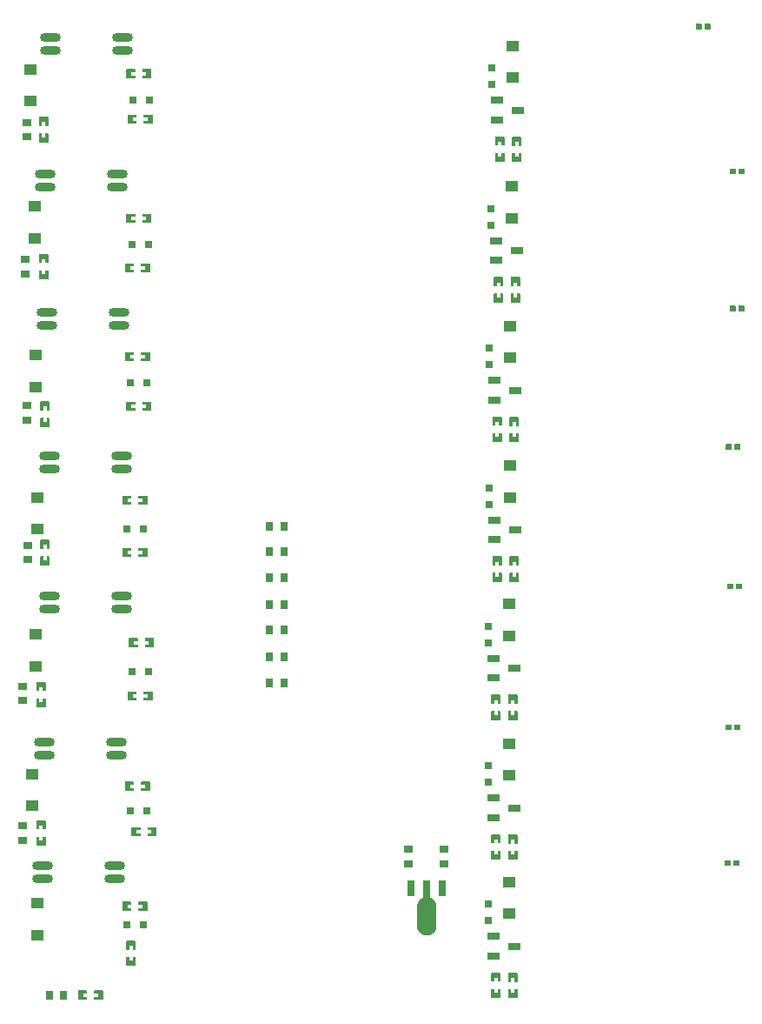
<source format=gtp>
G04 Layer: TopPasteMaskLayer*
G04 EasyEDA v6.5.20, 2025-08-31 18:04:55*
G04 4654ec591aaf40839b9ddd4dd84afded,10*
G04 Gerber Generator version 0.2*
G04 Scale: 100 percent, Rotated: No, Reflected: No *
G04 Dimensions in millimeters *
G04 leading zeros omitted , absolute positions ,4 integer and 5 decimal *
%FSLAX45Y45*%
%MOMM*%

%ADD10R,0.8000X0.9000*%
%ADD11R,0.9000X0.8000*%
%ADD12R,1.2000X1.0000*%
%ADD13O,1.9999959999999999X0.8999982*%
%ADD14R,1.2500X0.7000*%
%ADD15R,0.8000X0.8000*%
%ADD16R,0.6720X1.5750*%
%ADD17R,0.0161X1.5750*%

%LPD*%
G36*
X1468018Y8655608D02*
G01*
X1462989Y8650579D01*
X1462989Y8570620D01*
X1468018Y8565591D01*
X1547977Y8565591D01*
X1553006Y8570620D01*
X1553006Y8593378D01*
X1515973Y8593378D01*
X1515973Y8626398D01*
X1553006Y8626398D01*
X1553006Y8650579D01*
X1547977Y8655608D01*
G37*
G36*
X1627987Y8655608D02*
G01*
X1623009Y8650579D01*
X1623009Y8626398D01*
X1661007Y8626398D01*
X1661007Y8593378D01*
X1623009Y8593378D01*
X1623009Y8570620D01*
X1627987Y8565591D01*
X1706981Y8565591D01*
X1712010Y8570620D01*
X1712010Y8650579D01*
X1706981Y8655608D01*
G37*
G36*
X1442618Y7207808D02*
G01*
X1437589Y7202779D01*
X1437589Y7122820D01*
X1442618Y7117791D01*
X1522577Y7117791D01*
X1527606Y7122820D01*
X1527606Y7145578D01*
X1490573Y7145578D01*
X1490573Y7178598D01*
X1527606Y7178598D01*
X1527606Y7202779D01*
X1522577Y7207808D01*
G37*
G36*
X1602587Y7207808D02*
G01*
X1597609Y7202779D01*
X1597609Y7178598D01*
X1635607Y7178598D01*
X1635607Y7145578D01*
X1597609Y7145578D01*
X1597609Y7122820D01*
X1602587Y7117791D01*
X1681581Y7117791D01*
X1686610Y7122820D01*
X1686610Y7202779D01*
X1681581Y7207808D01*
G37*
G36*
X1455318Y5861608D02*
G01*
X1450289Y5856579D01*
X1450289Y5776620D01*
X1455318Y5771591D01*
X1535277Y5771591D01*
X1540306Y5776620D01*
X1540306Y5799378D01*
X1503273Y5799378D01*
X1503273Y5832398D01*
X1540306Y5832398D01*
X1540306Y5856579D01*
X1535277Y5861608D01*
G37*
G36*
X1615287Y5861608D02*
G01*
X1610309Y5856579D01*
X1610309Y5832398D01*
X1648307Y5832398D01*
X1648307Y5799378D01*
X1610309Y5799378D01*
X1610309Y5776620D01*
X1615287Y5771591D01*
X1694281Y5771591D01*
X1699310Y5776620D01*
X1699310Y5856579D01*
X1694281Y5861608D01*
G37*
G36*
X1417218Y4439208D02*
G01*
X1412189Y4434179D01*
X1412189Y4354220D01*
X1417218Y4349191D01*
X1497177Y4349191D01*
X1502206Y4354220D01*
X1502206Y4376978D01*
X1465173Y4376978D01*
X1465173Y4409998D01*
X1502206Y4409998D01*
X1502206Y4434179D01*
X1497177Y4439208D01*
G37*
G36*
X1577187Y4439208D02*
G01*
X1572209Y4434179D01*
X1572209Y4409998D01*
X1610207Y4409998D01*
X1610207Y4376978D01*
X1572209Y4376978D01*
X1572209Y4354220D01*
X1577187Y4349191D01*
X1656181Y4349191D01*
X1661210Y4354220D01*
X1661210Y4434179D01*
X1656181Y4439208D01*
G37*
G36*
X1468018Y3042208D02*
G01*
X1462989Y3037179D01*
X1462989Y2957220D01*
X1468018Y2952191D01*
X1547977Y2952191D01*
X1553006Y2957220D01*
X1553006Y2979978D01*
X1515973Y2979978D01*
X1515973Y3012998D01*
X1553006Y3012998D01*
X1553006Y3037179D01*
X1547977Y3042208D01*
G37*
G36*
X1627987Y3042208D02*
G01*
X1623009Y3037179D01*
X1623009Y3012998D01*
X1661007Y3012998D01*
X1661007Y2979978D01*
X1623009Y2979978D01*
X1623009Y2957220D01*
X1627987Y2952191D01*
X1706981Y2952191D01*
X1712010Y2957220D01*
X1712010Y3037179D01*
X1706981Y3042208D01*
G37*
G36*
X1506118Y1721408D02*
G01*
X1501089Y1716379D01*
X1501089Y1636420D01*
X1506118Y1631391D01*
X1586077Y1631391D01*
X1591106Y1636420D01*
X1591106Y1659178D01*
X1554073Y1659178D01*
X1554073Y1692198D01*
X1591106Y1692198D01*
X1591106Y1716379D01*
X1586077Y1721408D01*
G37*
G36*
X1666087Y1721408D02*
G01*
X1661109Y1716379D01*
X1661109Y1692198D01*
X1699107Y1692198D01*
X1699107Y1659178D01*
X1661109Y1659178D01*
X1661109Y1636420D01*
X1666087Y1631391D01*
X1745081Y1631391D01*
X1750110Y1636420D01*
X1750110Y1716379D01*
X1745081Y1721408D01*
G37*
G36*
X1458620Y619810D02*
G01*
X1453591Y614781D01*
X1453591Y534822D01*
X1458620Y529793D01*
X1481378Y529793D01*
X1481378Y566826D01*
X1514398Y566826D01*
X1514398Y529793D01*
X1538579Y529793D01*
X1543608Y534822D01*
X1543608Y614781D01*
X1538579Y619810D01*
G37*
G36*
X1458620Y459790D02*
G01*
X1453591Y454812D01*
X1453591Y375818D01*
X1458620Y370789D01*
X1538579Y370789D01*
X1543608Y375818D01*
X1543608Y454812D01*
X1538579Y459790D01*
X1514398Y459790D01*
X1514398Y421792D01*
X1481378Y421792D01*
X1481378Y459790D01*
G37*
G36*
X607720Y7141006D02*
G01*
X602691Y7135977D01*
X602691Y7056018D01*
X607720Y7050989D01*
X687679Y7050989D01*
X692708Y7056018D01*
X692708Y7135977D01*
X687679Y7141006D01*
X664921Y7141006D01*
X664921Y7103973D01*
X631901Y7103973D01*
X631901Y7141006D01*
G37*
G36*
X607720Y7300010D02*
G01*
X602691Y7294981D01*
X602691Y7215987D01*
X607720Y7211009D01*
X631901Y7211009D01*
X631901Y7249007D01*
X664921Y7249007D01*
X664921Y7211009D01*
X687679Y7211009D01*
X692708Y7215987D01*
X692708Y7294981D01*
X687679Y7300010D01*
G37*
G36*
X620420Y5705906D02*
G01*
X615391Y5700877D01*
X615391Y5620918D01*
X620420Y5615889D01*
X700379Y5615889D01*
X705408Y5620918D01*
X705408Y5700877D01*
X700379Y5705906D01*
X677621Y5705906D01*
X677621Y5668873D01*
X644601Y5668873D01*
X644601Y5705906D01*
G37*
G36*
X620420Y5864910D02*
G01*
X615391Y5859881D01*
X615391Y5780887D01*
X620420Y5775909D01*
X644601Y5775909D01*
X644601Y5813907D01*
X677621Y5813907D01*
X677621Y5775909D01*
X700379Y5775909D01*
X705408Y5780887D01*
X705408Y5859881D01*
X700379Y5864910D01*
G37*
G36*
X620420Y4359706D02*
G01*
X615391Y4354677D01*
X615391Y4274718D01*
X620420Y4269689D01*
X700379Y4269689D01*
X705408Y4274718D01*
X705408Y4354677D01*
X700379Y4359706D01*
X677621Y4359706D01*
X677621Y4322673D01*
X644601Y4322673D01*
X644601Y4359706D01*
G37*
G36*
X620420Y4518710D02*
G01*
X615391Y4513681D01*
X615391Y4434687D01*
X620420Y4429709D01*
X644601Y4429709D01*
X644601Y4467707D01*
X677621Y4467707D01*
X677621Y4429709D01*
X700379Y4429709D01*
X705408Y4434687D01*
X705408Y4513681D01*
X700379Y4518710D01*
G37*
G36*
X582320Y2975406D02*
G01*
X577291Y2970377D01*
X577291Y2890418D01*
X582320Y2885389D01*
X662279Y2885389D01*
X667308Y2890418D01*
X667308Y2970377D01*
X662279Y2975406D01*
X639521Y2975406D01*
X639521Y2938373D01*
X606501Y2938373D01*
X606501Y2975406D01*
G37*
G36*
X582320Y3134410D02*
G01*
X577291Y3129381D01*
X577291Y3050387D01*
X582320Y3045409D01*
X606501Y3045409D01*
X606501Y3083407D01*
X639521Y3083407D01*
X639521Y3045409D01*
X662279Y3045409D01*
X667308Y3050387D01*
X667308Y3129381D01*
X662279Y3134410D01*
G37*
G36*
X582320Y1629206D02*
G01*
X577291Y1624177D01*
X577291Y1544218D01*
X582320Y1539189D01*
X662279Y1539189D01*
X667308Y1544218D01*
X667308Y1624177D01*
X662279Y1629206D01*
X639521Y1629206D01*
X639521Y1592173D01*
X606501Y1592173D01*
X606501Y1629206D01*
G37*
G36*
X582320Y1788210D02*
G01*
X577291Y1783181D01*
X577291Y1704187D01*
X582320Y1699209D01*
X606501Y1699209D01*
X606501Y1737207D01*
X639521Y1737207D01*
X639521Y1699209D01*
X662279Y1699209D01*
X667308Y1704187D01*
X667308Y1783181D01*
X662279Y1788210D01*
G37*
G36*
X1144422Y133908D02*
G01*
X1139393Y128879D01*
X1139393Y106121D01*
X1176426Y106121D01*
X1176426Y73101D01*
X1139393Y73101D01*
X1139393Y48920D01*
X1144422Y43891D01*
X1224381Y43891D01*
X1229410Y48920D01*
X1229410Y128879D01*
X1224381Y133908D01*
G37*
G36*
X985418Y133908D02*
G01*
X980389Y128879D01*
X980389Y48920D01*
X985418Y43891D01*
X1064412Y43891D01*
X1069390Y48920D01*
X1069390Y73101D01*
X1031392Y73101D01*
X1031392Y106121D01*
X1069390Y106121D01*
X1069390Y128879D01*
X1064412Y133908D01*
G37*
G36*
X607720Y8474506D02*
G01*
X602691Y8469477D01*
X602691Y8389518D01*
X607720Y8384489D01*
X687679Y8384489D01*
X692708Y8389518D01*
X692708Y8469477D01*
X687679Y8474506D01*
X664921Y8474506D01*
X664921Y8437473D01*
X631901Y8437473D01*
X631901Y8474506D01*
G37*
G36*
X607720Y8633510D02*
G01*
X602691Y8628481D01*
X602691Y8549487D01*
X607720Y8544509D01*
X631901Y8544509D01*
X631901Y8582507D01*
X664921Y8582507D01*
X664921Y8544509D01*
X687679Y8544509D01*
X692708Y8549487D01*
X692708Y8628481D01*
X687679Y8633510D01*
G37*
G36*
X7091425Y9539325D02*
G01*
X7087412Y9535312D01*
X7087412Y9489287D01*
X7091425Y9485274D01*
X7141464Y9485274D01*
X7145477Y9489287D01*
X7145477Y9535312D01*
X7141464Y9539325D01*
G37*
G36*
X7006336Y9539325D02*
G01*
X7002322Y9535312D01*
X7002322Y9489287D01*
X7006336Y9485274D01*
X7056374Y9485274D01*
X7060387Y9489287D01*
X7060387Y9535312D01*
X7056374Y9539325D01*
G37*
G36*
X5217820Y8443010D02*
G01*
X5212791Y8437981D01*
X5212791Y8358022D01*
X5217820Y8352993D01*
X5240578Y8352993D01*
X5240578Y8390026D01*
X5273598Y8390026D01*
X5273598Y8352993D01*
X5297779Y8352993D01*
X5302808Y8358022D01*
X5302808Y8437981D01*
X5297779Y8443010D01*
G37*
G36*
X5217820Y8282990D02*
G01*
X5212791Y8278012D01*
X5212791Y8199018D01*
X5217820Y8193989D01*
X5297779Y8193989D01*
X5302808Y8199018D01*
X5302808Y8278012D01*
X5297779Y8282990D01*
X5273598Y8282990D01*
X5273598Y8244992D01*
X5240578Y8244992D01*
X5240578Y8282990D01*
G37*
G36*
X5052720Y8284006D02*
G01*
X5047691Y8278977D01*
X5047691Y8199018D01*
X5052720Y8193989D01*
X5132679Y8193989D01*
X5137708Y8199018D01*
X5137708Y8278977D01*
X5132679Y8284006D01*
X5109921Y8284006D01*
X5109921Y8246973D01*
X5076901Y8246973D01*
X5076901Y8284006D01*
G37*
G36*
X5052720Y8443010D02*
G01*
X5047691Y8437981D01*
X5047691Y8358987D01*
X5052720Y8354009D01*
X5076901Y8354009D01*
X5076901Y8392007D01*
X5109921Y8392007D01*
X5109921Y8354009D01*
X5132679Y8354009D01*
X5137708Y8358987D01*
X5137708Y8437981D01*
X5132679Y8443010D01*
G37*
G36*
X1614322Y9100108D02*
G01*
X1609293Y9095079D01*
X1609293Y9072321D01*
X1646326Y9072321D01*
X1646326Y9039301D01*
X1609293Y9039301D01*
X1609293Y9015120D01*
X1614322Y9010091D01*
X1694281Y9010091D01*
X1699310Y9015120D01*
X1699310Y9095079D01*
X1694281Y9100108D01*
G37*
G36*
X1455318Y9100108D02*
G01*
X1450289Y9095079D01*
X1450289Y9015120D01*
X1455318Y9010091D01*
X1534312Y9010091D01*
X1539290Y9015120D01*
X1539290Y9039301D01*
X1501292Y9039301D01*
X1501292Y9072321D01*
X1539290Y9072321D01*
X1539290Y9095079D01*
X1534312Y9100108D01*
G37*
G36*
X1614322Y7690408D02*
G01*
X1609293Y7685379D01*
X1609293Y7662621D01*
X1646326Y7662621D01*
X1646326Y7629601D01*
X1609293Y7629601D01*
X1609293Y7605420D01*
X1614322Y7600391D01*
X1694281Y7600391D01*
X1699310Y7605420D01*
X1699310Y7685379D01*
X1694281Y7690408D01*
G37*
G36*
X1455318Y7690408D02*
G01*
X1450289Y7685379D01*
X1450289Y7605420D01*
X1455318Y7600391D01*
X1534312Y7600391D01*
X1539290Y7605420D01*
X1539290Y7629601D01*
X1501292Y7629601D01*
X1501292Y7662621D01*
X1539290Y7662621D01*
X1539290Y7685379D01*
X1534312Y7690408D01*
G37*
G36*
X1601622Y6344208D02*
G01*
X1596593Y6339179D01*
X1596593Y6316421D01*
X1633626Y6316421D01*
X1633626Y6283401D01*
X1596593Y6283401D01*
X1596593Y6259220D01*
X1601622Y6254191D01*
X1681581Y6254191D01*
X1686610Y6259220D01*
X1686610Y6339179D01*
X1681581Y6344208D01*
G37*
G36*
X1442618Y6344208D02*
G01*
X1437589Y6339179D01*
X1437589Y6259220D01*
X1442618Y6254191D01*
X1521612Y6254191D01*
X1526590Y6259220D01*
X1526590Y6283401D01*
X1488592Y6283401D01*
X1488592Y6316421D01*
X1526590Y6316421D01*
X1526590Y6339179D01*
X1521612Y6344208D01*
G37*
G36*
X1576222Y4947208D02*
G01*
X1571193Y4942179D01*
X1571193Y4919421D01*
X1608226Y4919421D01*
X1608226Y4886401D01*
X1571193Y4886401D01*
X1571193Y4862220D01*
X1576222Y4857191D01*
X1656181Y4857191D01*
X1661210Y4862220D01*
X1661210Y4942179D01*
X1656181Y4947208D01*
G37*
G36*
X1417218Y4947208D02*
G01*
X1412189Y4942179D01*
X1412189Y4862220D01*
X1417218Y4857191D01*
X1496212Y4857191D01*
X1501190Y4862220D01*
X1501190Y4886401D01*
X1463192Y4886401D01*
X1463192Y4919421D01*
X1501190Y4919421D01*
X1501190Y4942179D01*
X1496212Y4947208D01*
G37*
G36*
X1639722Y3562908D02*
G01*
X1634693Y3557879D01*
X1634693Y3535121D01*
X1671726Y3535121D01*
X1671726Y3502101D01*
X1634693Y3502101D01*
X1634693Y3477920D01*
X1639722Y3472891D01*
X1719681Y3472891D01*
X1724710Y3477920D01*
X1724710Y3557879D01*
X1719681Y3562908D01*
G37*
G36*
X1480718Y3562908D02*
G01*
X1475689Y3557879D01*
X1475689Y3477920D01*
X1480718Y3472891D01*
X1559712Y3472891D01*
X1564690Y3477920D01*
X1564690Y3502101D01*
X1526692Y3502101D01*
X1526692Y3535121D01*
X1564690Y3535121D01*
X1564690Y3557879D01*
X1559712Y3562908D01*
G37*
G36*
X1601622Y2165908D02*
G01*
X1596593Y2160879D01*
X1596593Y2138121D01*
X1633626Y2138121D01*
X1633626Y2105101D01*
X1596593Y2105101D01*
X1596593Y2080920D01*
X1601622Y2075891D01*
X1681581Y2075891D01*
X1686610Y2080920D01*
X1686610Y2160879D01*
X1681581Y2165908D01*
G37*
G36*
X1442618Y2165908D02*
G01*
X1437589Y2160879D01*
X1437589Y2080920D01*
X1442618Y2075891D01*
X1521612Y2075891D01*
X1526590Y2080920D01*
X1526590Y2105101D01*
X1488592Y2105101D01*
X1488592Y2138121D01*
X1526590Y2138121D01*
X1526590Y2160879D01*
X1521612Y2165908D01*
G37*
G36*
X1576222Y997508D02*
G01*
X1571193Y992479D01*
X1571193Y969721D01*
X1608226Y969721D01*
X1608226Y936701D01*
X1571193Y936701D01*
X1571193Y912520D01*
X1576222Y907491D01*
X1656181Y907491D01*
X1661210Y912520D01*
X1661210Y992479D01*
X1656181Y997508D01*
G37*
G36*
X1417218Y997508D02*
G01*
X1412189Y992479D01*
X1412189Y912520D01*
X1417218Y907491D01*
X1496212Y907491D01*
X1501190Y912520D01*
X1501190Y936701D01*
X1463192Y936701D01*
X1463192Y969721D01*
X1501190Y969721D01*
X1501190Y992479D01*
X1496212Y997508D01*
G37*
G36*
X7421625Y8129625D02*
G01*
X7417612Y8125612D01*
X7417612Y8079587D01*
X7421625Y8075574D01*
X7471664Y8075574D01*
X7475677Y8079587D01*
X7475677Y8125612D01*
X7471664Y8129625D01*
G37*
G36*
X7336536Y8129625D02*
G01*
X7332522Y8125612D01*
X7332522Y8079587D01*
X7336536Y8075574D01*
X7386574Y8075574D01*
X7390587Y8079587D01*
X7390587Y8125612D01*
X7386574Y8129625D01*
G37*
G36*
X5205120Y7075220D02*
G01*
X5200091Y7070191D01*
X5200091Y6990232D01*
X5205120Y6985203D01*
X5227878Y6985203D01*
X5227878Y7022236D01*
X5260898Y7022236D01*
X5260898Y6985203D01*
X5285079Y6985203D01*
X5290108Y6990232D01*
X5290108Y7070191D01*
X5285079Y7075220D01*
G37*
G36*
X5205120Y6915200D02*
G01*
X5200091Y6910222D01*
X5200091Y6831228D01*
X5205120Y6826199D01*
X5285079Y6826199D01*
X5290108Y6831228D01*
X5290108Y6910222D01*
X5285079Y6915200D01*
X5260898Y6915200D01*
X5260898Y6877202D01*
X5227878Y6877202D01*
X5227878Y6915200D01*
G37*
G36*
X5040020Y6916216D02*
G01*
X5034991Y6911187D01*
X5034991Y6831228D01*
X5040020Y6826199D01*
X5119979Y6826199D01*
X5125008Y6831228D01*
X5125008Y6911187D01*
X5119979Y6916216D01*
X5097221Y6916216D01*
X5097221Y6879234D01*
X5064201Y6879234D01*
X5064201Y6916216D01*
G37*
G36*
X5040020Y7075220D02*
G01*
X5034991Y7070191D01*
X5034991Y6991197D01*
X5040020Y6986219D01*
X5064201Y6986219D01*
X5064201Y7024217D01*
X5097221Y7024217D01*
X5097221Y6986219D01*
X5119979Y6986219D01*
X5125008Y6991197D01*
X5125008Y7070191D01*
X5119979Y7075220D01*
G37*
G36*
X7421625Y6796125D02*
G01*
X7417612Y6792112D01*
X7417612Y6746087D01*
X7421625Y6742074D01*
X7471664Y6742074D01*
X7475677Y6746087D01*
X7475677Y6792112D01*
X7471664Y6796125D01*
G37*
G36*
X7336536Y6796125D02*
G01*
X7332522Y6792112D01*
X7332522Y6746087D01*
X7336536Y6742074D01*
X7386574Y6742074D01*
X7390587Y6746087D01*
X7390587Y6792112D01*
X7386574Y6796125D01*
G37*
G36*
X5192420Y5716320D02*
G01*
X5187391Y5711291D01*
X5187391Y5631332D01*
X5192420Y5626303D01*
X5215178Y5626303D01*
X5215178Y5663336D01*
X5248198Y5663336D01*
X5248198Y5626303D01*
X5272379Y5626303D01*
X5277408Y5631332D01*
X5277408Y5711291D01*
X5272379Y5716320D01*
G37*
G36*
X5192420Y5556300D02*
G01*
X5187391Y5551322D01*
X5187391Y5472328D01*
X5192420Y5467299D01*
X5272379Y5467299D01*
X5277408Y5472328D01*
X5277408Y5551322D01*
X5272379Y5556300D01*
X5248198Y5556300D01*
X5248198Y5518302D01*
X5215178Y5518302D01*
X5215178Y5556300D01*
G37*
G36*
X5027320Y5557316D02*
G01*
X5022291Y5552287D01*
X5022291Y5472328D01*
X5027320Y5467299D01*
X5107279Y5467299D01*
X5112308Y5472328D01*
X5112308Y5552287D01*
X5107279Y5557316D01*
X5084521Y5557316D01*
X5084521Y5520334D01*
X5051501Y5520334D01*
X5051501Y5557316D01*
G37*
G36*
X5027320Y5716320D02*
G01*
X5022291Y5711291D01*
X5022291Y5632297D01*
X5027320Y5627319D01*
X5051501Y5627319D01*
X5051501Y5665317D01*
X5084521Y5665317D01*
X5084521Y5627319D01*
X5107279Y5627319D01*
X5112308Y5632297D01*
X5112308Y5711291D01*
X5107279Y5716320D01*
G37*
G36*
X7383525Y5449925D02*
G01*
X7379512Y5445912D01*
X7379512Y5399887D01*
X7383525Y5395874D01*
X7433564Y5395874D01*
X7437577Y5399887D01*
X7437577Y5445912D01*
X7433564Y5449925D01*
G37*
G36*
X7298436Y5449925D02*
G01*
X7294422Y5445912D01*
X7294422Y5399887D01*
X7298436Y5395874D01*
X7348474Y5395874D01*
X7352487Y5399887D01*
X7352487Y5445912D01*
X7348474Y5449925D01*
G37*
G36*
X5192420Y4357420D02*
G01*
X5187391Y4352391D01*
X5187391Y4272432D01*
X5192420Y4267403D01*
X5215178Y4267403D01*
X5215178Y4304436D01*
X5248198Y4304436D01*
X5248198Y4267403D01*
X5272379Y4267403D01*
X5277408Y4272432D01*
X5277408Y4352391D01*
X5272379Y4357420D01*
G37*
G36*
X5192420Y4197400D02*
G01*
X5187391Y4192422D01*
X5187391Y4113428D01*
X5192420Y4108399D01*
X5272379Y4108399D01*
X5277408Y4113428D01*
X5277408Y4192422D01*
X5272379Y4197400D01*
X5248198Y4197400D01*
X5248198Y4159402D01*
X5215178Y4159402D01*
X5215178Y4197400D01*
G37*
G36*
X5027320Y4198416D02*
G01*
X5022291Y4193387D01*
X5022291Y4113428D01*
X5027320Y4108399D01*
X5107279Y4108399D01*
X5112308Y4113428D01*
X5112308Y4193387D01*
X5107279Y4198416D01*
X5084521Y4198416D01*
X5084521Y4161434D01*
X5051501Y4161434D01*
X5051501Y4198416D01*
G37*
G36*
X5027320Y4357420D02*
G01*
X5022291Y4352391D01*
X5022291Y4273397D01*
X5027320Y4268419D01*
X5051501Y4268419D01*
X5051501Y4306417D01*
X5084521Y4306417D01*
X5084521Y4268419D01*
X5107279Y4268419D01*
X5112308Y4273397D01*
X5112308Y4352391D01*
X5107279Y4357420D01*
G37*
G36*
X7396225Y4091025D02*
G01*
X7392212Y4087012D01*
X7392212Y4040987D01*
X7396225Y4036974D01*
X7446264Y4036974D01*
X7450277Y4040987D01*
X7450277Y4087012D01*
X7446264Y4091025D01*
G37*
G36*
X7311136Y4091025D02*
G01*
X7307122Y4087012D01*
X7307122Y4040987D01*
X7311136Y4036974D01*
X7361174Y4036974D01*
X7365187Y4040987D01*
X7365187Y4087012D01*
X7361174Y4091025D01*
G37*
G36*
X5179720Y3011220D02*
G01*
X5174691Y3006191D01*
X5174691Y2926232D01*
X5179720Y2921203D01*
X5202478Y2921203D01*
X5202478Y2958236D01*
X5235498Y2958236D01*
X5235498Y2921203D01*
X5259679Y2921203D01*
X5264708Y2926232D01*
X5264708Y3006191D01*
X5259679Y3011220D01*
G37*
G36*
X5179720Y2851200D02*
G01*
X5174691Y2846222D01*
X5174691Y2767228D01*
X5179720Y2762199D01*
X5259679Y2762199D01*
X5264708Y2767228D01*
X5264708Y2846222D01*
X5259679Y2851200D01*
X5235498Y2851200D01*
X5235498Y2813202D01*
X5202478Y2813202D01*
X5202478Y2851200D01*
G37*
G36*
X5014620Y2852216D02*
G01*
X5009591Y2847187D01*
X5009591Y2767228D01*
X5014620Y2762199D01*
X5094579Y2762199D01*
X5099608Y2767228D01*
X5099608Y2847187D01*
X5094579Y2852216D01*
X5071821Y2852216D01*
X5071821Y2815234D01*
X5038801Y2815234D01*
X5038801Y2852216D01*
G37*
G36*
X5014620Y3011220D02*
G01*
X5009591Y3006191D01*
X5009591Y2927197D01*
X5014620Y2922219D01*
X5038801Y2922219D01*
X5038801Y2960217D01*
X5071821Y2960217D01*
X5071821Y2922219D01*
X5094579Y2922219D01*
X5099608Y2927197D01*
X5099608Y3006191D01*
X5094579Y3011220D01*
G37*
G36*
X7383525Y2719425D02*
G01*
X7379512Y2715412D01*
X7379512Y2669387D01*
X7383525Y2665374D01*
X7433564Y2665374D01*
X7437577Y2669387D01*
X7437577Y2715412D01*
X7433564Y2719425D01*
G37*
G36*
X7298436Y2719425D02*
G01*
X7294422Y2715412D01*
X7294422Y2669387D01*
X7298436Y2665374D01*
X7348474Y2665374D01*
X7352487Y2669387D01*
X7352487Y2715412D01*
X7348474Y2719425D01*
G37*
G36*
X5179720Y1652320D02*
G01*
X5174691Y1647291D01*
X5174691Y1567332D01*
X5179720Y1562303D01*
X5202478Y1562303D01*
X5202478Y1599336D01*
X5235498Y1599336D01*
X5235498Y1562303D01*
X5259679Y1562303D01*
X5264708Y1567332D01*
X5264708Y1647291D01*
X5259679Y1652320D01*
G37*
G36*
X5179720Y1492300D02*
G01*
X5174691Y1487322D01*
X5174691Y1408328D01*
X5179720Y1403299D01*
X5259679Y1403299D01*
X5264708Y1408328D01*
X5264708Y1487322D01*
X5259679Y1492300D01*
X5235498Y1492300D01*
X5235498Y1454302D01*
X5202478Y1454302D01*
X5202478Y1492300D01*
G37*
G36*
X5014620Y1493316D02*
G01*
X5009591Y1488287D01*
X5009591Y1408328D01*
X5014620Y1403299D01*
X5094579Y1403299D01*
X5099608Y1408328D01*
X5099608Y1488287D01*
X5094579Y1493316D01*
X5071821Y1493316D01*
X5071821Y1456334D01*
X5038801Y1456334D01*
X5038801Y1493316D01*
G37*
G36*
X5014620Y1652320D02*
G01*
X5009591Y1647291D01*
X5009591Y1568297D01*
X5014620Y1563319D01*
X5038801Y1563319D01*
X5038801Y1601317D01*
X5071821Y1601317D01*
X5071821Y1563319D01*
X5094579Y1563319D01*
X5099608Y1568297D01*
X5099608Y1647291D01*
X5094579Y1652320D01*
G37*
G36*
X7370825Y1398625D02*
G01*
X7366812Y1394612D01*
X7366812Y1348587D01*
X7370825Y1344574D01*
X7420864Y1344574D01*
X7424877Y1348587D01*
X7424877Y1394612D01*
X7420864Y1398625D01*
G37*
G36*
X7285736Y1398625D02*
G01*
X7281722Y1394612D01*
X7281722Y1348587D01*
X7285736Y1344574D01*
X7335774Y1344574D01*
X7339787Y1348587D01*
X7339787Y1394612D01*
X7335774Y1398625D01*
G37*
G36*
X5179720Y306120D02*
G01*
X5174691Y301091D01*
X5174691Y221132D01*
X5179720Y216103D01*
X5202478Y216103D01*
X5202478Y253136D01*
X5235498Y253136D01*
X5235498Y216103D01*
X5259679Y216103D01*
X5264708Y221132D01*
X5264708Y301091D01*
X5259679Y306120D01*
G37*
G36*
X5179720Y146100D02*
G01*
X5174691Y141122D01*
X5174691Y62128D01*
X5179720Y57099D01*
X5259679Y57099D01*
X5264708Y62128D01*
X5264708Y141122D01*
X5259679Y146100D01*
X5235498Y146100D01*
X5235498Y108102D01*
X5202478Y108102D01*
X5202478Y146100D01*
G37*
G36*
X5014620Y147116D02*
G01*
X5009591Y142087D01*
X5009591Y62128D01*
X5014620Y57099D01*
X5094579Y57099D01*
X5099608Y62128D01*
X5099608Y142087D01*
X5094579Y147116D01*
X5071821Y147116D01*
X5071821Y110134D01*
X5038801Y110134D01*
X5038801Y147116D01*
G37*
G36*
X5014620Y306120D02*
G01*
X5009591Y301091D01*
X5009591Y222097D01*
X5014620Y217119D01*
X5038801Y217119D01*
X5038801Y255117D01*
X5071821Y255117D01*
X5071821Y217119D01*
X5094579Y217119D01*
X5099608Y222097D01*
X5099608Y301091D01*
X5094579Y306120D01*
G37*
D10*
G01*
X2850997Y4648200D03*
G01*
X2991002Y4648200D03*
G01*
X2850997Y4406900D03*
G01*
X2991002Y4406900D03*
G01*
X2850997Y4152900D03*
G01*
X2991002Y4152900D03*
G01*
X2850997Y3886200D03*
G01*
X2991002Y3886200D03*
G01*
X2850997Y3644900D03*
G01*
X2991002Y3644900D03*
G01*
X2850997Y3378200D03*
G01*
X2991002Y3378200D03*
G01*
X2850997Y3124200D03*
G01*
X2991002Y3124200D03*
D11*
G01*
X469900Y7245502D03*
G01*
X469900Y7105497D03*
G01*
X482600Y5823102D03*
G01*
X482600Y5683097D03*
G01*
X495300Y4464202D03*
G01*
X495300Y4324197D03*
G01*
X444500Y3092602D03*
G01*
X444500Y2952597D03*
G01*
X444500Y1733702D03*
G01*
X444500Y1593697D03*
D10*
G01*
X844702Y88900D03*
G01*
X704697Y88900D03*
D12*
G01*
X558800Y7762290D03*
G01*
X558800Y7452309D03*
G01*
X571500Y6314490D03*
G01*
X571500Y6004509D03*
G01*
X584200Y4930190D03*
G01*
X584200Y4620209D03*
G01*
X571500Y3596690D03*
G01*
X571500Y3286709D03*
G01*
X533400Y2237790D03*
G01*
X533400Y1927809D03*
G01*
X584200Y980490D03*
G01*
X584200Y670509D03*
D13*
G01*
X666013Y8077200D03*
G01*
X666013Y7950200D03*
G01*
X1366012Y7950200D03*
G01*
X1366012Y8077200D03*
G01*
X678713Y6731000D03*
G01*
X678713Y6604000D03*
G01*
X1378712Y6604000D03*
G01*
X1378712Y6731000D03*
G01*
X704113Y5334000D03*
G01*
X704113Y5207000D03*
G01*
X1404112Y5207000D03*
G01*
X1404112Y5334000D03*
G01*
X704113Y3975100D03*
G01*
X704113Y3848100D03*
G01*
X1404112Y3848100D03*
G01*
X1404112Y3975100D03*
G01*
X653313Y2552700D03*
G01*
X653313Y2425700D03*
G01*
X1353312Y2425700D03*
G01*
X1353312Y2552700D03*
G01*
X640613Y1346200D03*
G01*
X640613Y1219200D03*
G01*
X1340612Y1219200D03*
G01*
X1340612Y1346200D03*
D11*
G01*
X482600Y8579002D03*
G01*
X482600Y8438997D03*
D12*
G01*
X520700Y9095790D03*
G01*
X520700Y8785809D03*
D13*
G01*
X716813Y9410700D03*
G01*
X716813Y9283700D03*
G01*
X1416812Y9283700D03*
G01*
X1416812Y9410700D03*
D14*
G01*
X5068900Y8794495D03*
G01*
X5068900Y8604504D03*
G01*
X5268899Y8699500D03*
D15*
G01*
X5016500Y8949689D03*
G01*
X5016500Y9109710D03*
D12*
G01*
X5219700Y9014409D03*
G01*
X5219700Y9324390D03*
D15*
G01*
X1680133Y8801100D03*
G01*
X1520240Y8801100D03*
G01*
X1667433Y7391400D03*
G01*
X1507540Y7391400D03*
G01*
X1654733Y6045200D03*
G01*
X1494840Y6045200D03*
G01*
X1616633Y4622800D03*
G01*
X1456740Y4622800D03*
G01*
X1667433Y3238500D03*
G01*
X1507540Y3238500D03*
G01*
X1654733Y1879600D03*
G01*
X1494840Y1879600D03*
G01*
X1616633Y774700D03*
G01*
X1456740Y774700D03*
D16*
G01*
X4531486Y1126236D03*
G01*
X4231487Y1126236D03*
G36*
X4286516Y762279D02*
G01*
X4286516Y947699D01*
X4286623Y952152D01*
X4286935Y956594D01*
X4287456Y961019D01*
X4288182Y965413D01*
X4289117Y969769D01*
X4290253Y974074D01*
X4291589Y978324D01*
X4293123Y982505D01*
X4294852Y986609D01*
X4296770Y990630D01*
X4298876Y994554D01*
X4301164Y998377D01*
X4303628Y1002088D01*
X4306262Y1005679D01*
X4309061Y1009142D01*
X4312023Y1012471D01*
X4315134Y1015657D01*
X4318393Y1018694D01*
X4321789Y1021575D01*
X4325317Y1024293D01*
X4328970Y1026843D01*
X4332737Y1029218D01*
X4336613Y1031415D01*
X4340585Y1033429D01*
X4348515Y1035253D01*
X4348515Y1204986D01*
X4414514Y1204986D01*
X4414514Y1035253D01*
X4422449Y1033429D01*
X4426422Y1031415D01*
X4430298Y1029218D01*
X4434065Y1026843D01*
X4437717Y1024293D01*
X4441245Y1021575D01*
X4444641Y1018694D01*
X4447900Y1015657D01*
X4451012Y1012471D01*
X4453973Y1009142D01*
X4456772Y1005679D01*
X4459406Y1002088D01*
X4461870Y998377D01*
X4464159Y994554D01*
X4466264Y990630D01*
X4468182Y986609D01*
X4469912Y982505D01*
X4471446Y978324D01*
X4472782Y974074D01*
X4473917Y969769D01*
X4474852Y965413D01*
X4475579Y961019D01*
X4476099Y956594D01*
X4476412Y952152D01*
X4476518Y947699D01*
X4476518Y762279D01*
X4476412Y757826D01*
X4476099Y753384D01*
X4475579Y748959D01*
X4474852Y744565D01*
X4473917Y740209D01*
X4472782Y735904D01*
X4471446Y731654D01*
X4469912Y727473D01*
X4468182Y723369D01*
X4466264Y719348D01*
X4464159Y715424D01*
X4461870Y711601D01*
X4459406Y707890D01*
X4456772Y704298D01*
X4453973Y700836D01*
X4451012Y697506D01*
X4447900Y694321D01*
X4444641Y691283D01*
X4441245Y688403D01*
X4437717Y685685D01*
X4434065Y683135D01*
X4430298Y680760D01*
X4426422Y678563D01*
X4422449Y676549D01*
X4418385Y674725D01*
X4414243Y673092D01*
X4410026Y671657D01*
X4405746Y670420D01*
X4401413Y669386D01*
X4397039Y668555D01*
X4392627Y667931D01*
X4388192Y667514D01*
X4383745Y667306D01*
X4379290Y667306D01*
X4374842Y667514D01*
X4370407Y667931D01*
X4365995Y668555D01*
X4361621Y669386D01*
X4357288Y670420D01*
X4353008Y671657D01*
X4348792Y673092D01*
X4344649Y674725D01*
X4340585Y676549D01*
X4336613Y678563D01*
X4332737Y680760D01*
X4328970Y683135D01*
X4325317Y685685D01*
X4321789Y688403D01*
X4318393Y691283D01*
X4315134Y694321D01*
X4312023Y697506D01*
X4309061Y700836D01*
X4306262Y704298D01*
X4303628Y707890D01*
X4301164Y711601D01*
X4298876Y715424D01*
X4296770Y719348D01*
X4294852Y723369D01*
X4293123Y727473D01*
X4291589Y731654D01*
X4290253Y735904D01*
X4289117Y740209D01*
X4288182Y744565D01*
X4287456Y748959D01*
X4286935Y753384D01*
X4286623Y757826D01*
G37*
D11*
G01*
X4546600Y1365097D03*
G01*
X4546600Y1505102D03*
G01*
X4203700Y1365097D03*
G01*
X4203700Y1505102D03*
D14*
G01*
X5056200Y7426705D03*
G01*
X5056200Y7236713D03*
G01*
X5256199Y7331710D03*
D15*
G01*
X5003800Y7581900D03*
G01*
X5003800Y7741920D03*
D12*
G01*
X5207000Y7646619D03*
G01*
X5207000Y7956600D03*
D14*
G01*
X5043500Y6067805D03*
G01*
X5043500Y5877813D03*
G01*
X5243499Y5972810D03*
D15*
G01*
X4991100Y6223000D03*
G01*
X4991100Y6383020D03*
D12*
G01*
X5194300Y6287719D03*
G01*
X5194300Y6597700D03*
D14*
G01*
X5043500Y4708905D03*
G01*
X5043500Y4518913D03*
G01*
X5243499Y4613910D03*
D15*
G01*
X4991100Y4864100D03*
G01*
X4991100Y5024120D03*
D12*
G01*
X5194300Y4928819D03*
G01*
X5194300Y5238800D03*
D14*
G01*
X5030800Y3362705D03*
G01*
X5030800Y3172713D03*
G01*
X5230799Y3267710D03*
D15*
G01*
X4978400Y3517900D03*
G01*
X4978400Y3677920D03*
D12*
G01*
X5181600Y3582619D03*
G01*
X5181600Y3892600D03*
D14*
G01*
X5030800Y2003805D03*
G01*
X5030800Y1813813D03*
G01*
X5230799Y1908810D03*
D15*
G01*
X4978400Y2159000D03*
G01*
X4978400Y2319020D03*
D12*
G01*
X5181600Y2223719D03*
G01*
X5181600Y2533700D03*
D14*
G01*
X5030800Y657605D03*
G01*
X5030800Y467613D03*
G01*
X5230799Y562610D03*
D15*
G01*
X4978400Y812800D03*
G01*
X4978400Y972820D03*
D12*
G01*
X5181600Y877519D03*
G01*
X5181600Y1187500D03*
M02*

</source>
